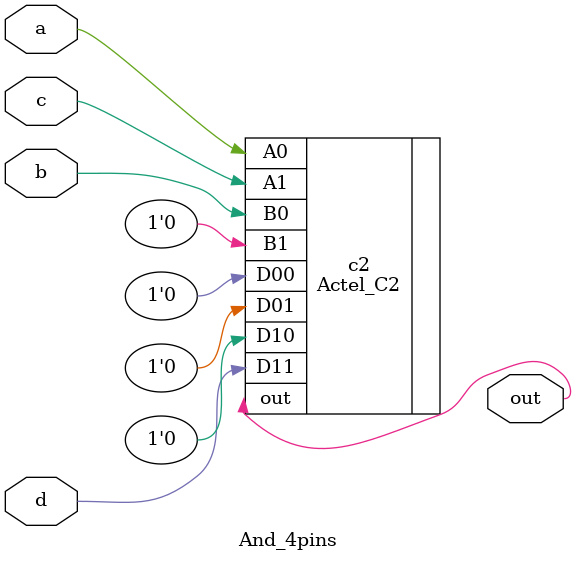
<source format=v>
module And_2pins(input a, b,
    output out
);

    Actel_C2 c2(.out(out),.D00(1'b0), .D01(1'b1), .D10(1'bz), .D11(1'bz), .A1(1'b0),.B1(1'b0),.A0(a),.B0(b) );

endmodule


module And_3pins (input a, b, c,
    output out
);
    Actel_C1 c1(.A0(1'b0), .A1(1'b0), .SA(1'b0), .B0(1'b0), .B1(c), .SB(b), .S0(a), .S1(1'b0), .F(out));

endmodule


module And_4pins (input a, b, c, d, 
    output out
);

    Actel_C2 c2 (.D00(1'b0), .D01(1'b0), .D10(1'b0), .D11(d), .A1(c), .B1(1'b0), .A0(a), .B0(b), .out(out));

endmodule
</source>
